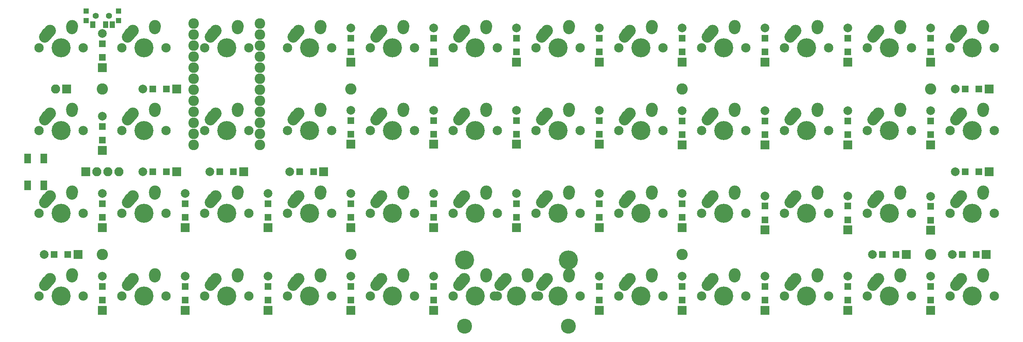
<source format=gbs>
G04 #@! TF.GenerationSoftware,KiCad,Pcbnew,(5.0.0)*
G04 #@! TF.CreationDate,2018-11-10T23:00:34-06:00*
G04 #@! TF.ProjectId,Contra,436F6E7472612E6B696361645F706362,rev?*
G04 #@! TF.SameCoordinates,Original*
G04 #@! TF.FileFunction,Soldermask,Bot*
G04 #@! TF.FilePolarity,Negative*
%FSLAX46Y46*%
G04 Gerber Fmt 4.6, Leading zero omitted, Abs format (unit mm)*
G04 Created by KiCad (PCBNEW (5.0.0)) date 11/10/18 23:00:34*
%MOMM*%
%LPD*%
G01*
G04 APERTURE LIST*
%ADD10C,2.650000*%
%ADD11C,2.650000*%
%ADD12C,4.387800*%
%ADD13C,2.150000*%
%ADD14C,2.432000*%
%ADD15C,3.448000*%
%ADD16C,2.600000*%
%ADD17R,2.100000X2.100000*%
%ADD18O,2.100000X2.100000*%
%ADD19C,2.000000*%
%ADD20R,2.000000X2.000000*%
%ADD21R,1.600000X1.600000*%
%ADD22R,1.500000X2.200000*%
%ADD23C,1.400000*%
%ADD24R,1.300000X1.650000*%
%ADD25R,1.300000X1.300000*%
G04 APERTURE END LIST*
D10*
G04 #@! TO.C,MX26*
X59670000Y-71410000D03*
D11*
X59650000Y-71700000D02*
X59690000Y-71120000D01*
D10*
X59690000Y-71120000D03*
X53995001Y-72930000D03*
D11*
X53340000Y-73660000D02*
X54650002Y-72200000D01*
D12*
X57150000Y-76200000D03*
D10*
X54650000Y-72200000D03*
D13*
X52070000Y-76200000D03*
X62230000Y-76200000D03*
G04 #@! TD*
D10*
G04 #@! TO.C,MX48*
X250170000Y-90460000D03*
D11*
X250150000Y-90750000D02*
X250190000Y-90170000D01*
D10*
X250190000Y-90170000D03*
X244495001Y-91980000D03*
D11*
X243840000Y-92710000D02*
X245150002Y-91250000D01*
D12*
X247650000Y-95250000D03*
D10*
X245150000Y-91250000D03*
D13*
X242570000Y-95250000D03*
X252730000Y-95250000D03*
G04 #@! TD*
D14*
G04 #@! TO.C,U1*
X83820000Y-32543750D03*
X83820000Y-35083750D03*
X83820000Y-37623750D03*
X83820000Y-40163750D03*
X83820000Y-42703750D03*
X83820000Y-45243750D03*
X83820000Y-47783750D03*
X83820000Y-50323750D03*
X83820000Y-52863750D03*
X83820000Y-55403750D03*
X83820000Y-57943750D03*
X83820000Y-60483750D03*
X68580000Y-32543750D03*
X68580000Y-35083750D03*
X68580000Y-37623750D03*
X68580000Y-40163750D03*
X68580000Y-42703750D03*
X68580000Y-45243750D03*
X68580000Y-47783750D03*
X68580000Y-50323750D03*
X68580000Y-52863750D03*
X68580000Y-55403750D03*
X68580000Y-57943750D03*
X68580000Y-60483750D03*
G04 #@! TD*
D10*
G04 #@! TO.C,MX49*
X145395000Y-90460000D03*
D11*
X145375000Y-90750000D02*
X145415000Y-90170000D01*
D10*
X145415000Y-90170000D03*
X139720001Y-91980000D03*
D11*
X139065000Y-92710000D02*
X140375002Y-91250000D01*
D12*
X142875000Y-95250000D03*
D10*
X140375000Y-91250000D03*
D13*
X137795000Y-95250000D03*
X147955000Y-95250000D03*
D15*
X130937000Y-102235000D03*
X154813000Y-102235000D03*
D12*
X130937000Y-86995000D03*
X154813000Y-86995000D03*
G04 #@! TD*
D10*
G04 #@! TO.C,MX47*
X231120000Y-90460000D03*
D11*
X231100000Y-90750000D02*
X231140000Y-90170000D01*
D10*
X231140000Y-90170000D03*
X225445001Y-91980000D03*
D11*
X224790000Y-92710000D02*
X226100002Y-91250000D01*
D12*
X228600000Y-95250000D03*
D10*
X226100000Y-91250000D03*
D13*
X223520000Y-95250000D03*
X233680000Y-95250000D03*
G04 #@! TD*
D10*
G04 #@! TO.C,MX46*
X212070000Y-90460000D03*
D11*
X212050000Y-90750000D02*
X212090000Y-90170000D01*
D10*
X212090000Y-90170000D03*
X206395001Y-91980000D03*
D11*
X205740000Y-92710000D02*
X207050002Y-91250000D01*
D12*
X209550000Y-95250000D03*
D10*
X207050000Y-91250000D03*
D13*
X204470000Y-95250000D03*
X214630000Y-95250000D03*
G04 #@! TD*
D10*
G04 #@! TO.C,MX45*
X193020000Y-90460000D03*
D11*
X193000000Y-90750000D02*
X193040000Y-90170000D01*
D10*
X193040000Y-90170000D03*
X187345001Y-91980000D03*
D11*
X186690000Y-92710000D02*
X188000002Y-91250000D01*
D12*
X190500000Y-95250000D03*
D10*
X188000000Y-91250000D03*
D13*
X185420000Y-95250000D03*
X195580000Y-95250000D03*
G04 #@! TD*
D10*
G04 #@! TO.C,MX44*
X173970000Y-90460000D03*
D11*
X173950000Y-90750000D02*
X173990000Y-90170000D01*
D10*
X173990000Y-90170000D03*
X168295001Y-91980000D03*
D11*
X167640000Y-92710000D02*
X168950002Y-91250000D01*
D12*
X171450000Y-95250000D03*
D10*
X168950000Y-91250000D03*
D13*
X166370000Y-95250000D03*
X176530000Y-95250000D03*
G04 #@! TD*
D10*
G04 #@! TO.C,MX43*
X154920000Y-90460000D03*
D11*
X154900000Y-90750000D02*
X154940000Y-90170000D01*
D10*
X154940000Y-90170000D03*
X149245001Y-91980000D03*
D11*
X148590000Y-92710000D02*
X149900002Y-91250000D01*
D12*
X152400000Y-95250000D03*
D10*
X149900000Y-91250000D03*
D13*
X147320000Y-95250000D03*
X157480000Y-95250000D03*
G04 #@! TD*
D10*
G04 #@! TO.C,MX42*
X135870000Y-90460000D03*
D11*
X135850000Y-90750000D02*
X135890000Y-90170000D01*
D10*
X135890000Y-90170000D03*
X130195001Y-91980000D03*
D11*
X129540000Y-92710000D02*
X130850002Y-91250000D01*
D12*
X133350000Y-95250000D03*
D10*
X130850000Y-91250000D03*
D13*
X128270000Y-95250000D03*
X138430000Y-95250000D03*
G04 #@! TD*
D10*
G04 #@! TO.C,MX41*
X116820000Y-90460000D03*
D11*
X116800000Y-90750000D02*
X116840000Y-90170000D01*
D10*
X116840000Y-90170000D03*
X111145001Y-91980000D03*
D11*
X110490000Y-92710000D02*
X111800002Y-91250000D01*
D12*
X114300000Y-95250000D03*
D10*
X111800000Y-91250000D03*
D13*
X109220000Y-95250000D03*
X119380000Y-95250000D03*
G04 #@! TD*
D10*
G04 #@! TO.C,MX40*
X97770000Y-90460000D03*
D11*
X97750000Y-90750000D02*
X97790000Y-90170000D01*
D10*
X97790000Y-90170000D03*
X92095001Y-91980000D03*
D11*
X91440000Y-92710000D02*
X92750002Y-91250000D01*
D12*
X95250000Y-95250000D03*
D10*
X92750000Y-91250000D03*
D13*
X90170000Y-95250000D03*
X100330000Y-95250000D03*
G04 #@! TD*
D10*
G04 #@! TO.C,MX39*
X78720000Y-90460000D03*
D11*
X78700000Y-90750000D02*
X78740000Y-90170000D01*
D10*
X78740000Y-90170000D03*
X73045001Y-91980000D03*
D11*
X72390000Y-92710000D02*
X73700002Y-91250000D01*
D12*
X76200000Y-95250000D03*
D10*
X73700000Y-91250000D03*
D13*
X71120000Y-95250000D03*
X81280000Y-95250000D03*
G04 #@! TD*
D10*
G04 #@! TO.C,MX38*
X59670000Y-90460000D03*
D11*
X59650000Y-90750000D02*
X59690000Y-90170000D01*
D10*
X59690000Y-90170000D03*
X53995001Y-91980000D03*
D11*
X53340000Y-92710000D02*
X54650002Y-91250000D01*
D12*
X57150000Y-95250000D03*
D10*
X54650000Y-91250000D03*
D13*
X52070000Y-95250000D03*
X62230000Y-95250000D03*
G04 #@! TD*
D10*
G04 #@! TO.C,MX37*
X40620000Y-90460000D03*
D11*
X40600000Y-90750000D02*
X40640000Y-90170000D01*
D10*
X40640000Y-90170000D03*
X34945001Y-91980000D03*
D11*
X34290000Y-92710000D02*
X35600002Y-91250000D01*
D12*
X38100000Y-95250000D03*
D10*
X35600000Y-91250000D03*
D13*
X33020000Y-95250000D03*
X43180000Y-95250000D03*
G04 #@! TD*
D10*
G04 #@! TO.C,MX36*
X250170000Y-71410000D03*
D11*
X250150000Y-71700000D02*
X250190000Y-71120000D01*
D10*
X250190000Y-71120000D03*
X244495001Y-72930000D03*
D11*
X243840000Y-73660000D02*
X245150002Y-72200000D01*
D12*
X247650000Y-76200000D03*
D10*
X245150000Y-72200000D03*
D13*
X242570000Y-76200000D03*
X252730000Y-76200000D03*
G04 #@! TD*
D10*
G04 #@! TO.C,MX35*
X231120000Y-71410000D03*
D11*
X231100000Y-71700000D02*
X231140000Y-71120000D01*
D10*
X231140000Y-71120000D03*
X225445001Y-72930000D03*
D11*
X224790000Y-73660000D02*
X226100002Y-72200000D01*
D12*
X228600000Y-76200000D03*
D10*
X226100000Y-72200000D03*
D13*
X223520000Y-76200000D03*
X233680000Y-76200000D03*
G04 #@! TD*
D10*
G04 #@! TO.C,MX34*
X212070000Y-71410000D03*
D11*
X212050000Y-71700000D02*
X212090000Y-71120000D01*
D10*
X212090000Y-71120000D03*
X206395001Y-72930000D03*
D11*
X205740000Y-73660000D02*
X207050002Y-72200000D01*
D12*
X209550000Y-76200000D03*
D10*
X207050000Y-72200000D03*
D13*
X204470000Y-76200000D03*
X214630000Y-76200000D03*
G04 #@! TD*
D10*
G04 #@! TO.C,MX33*
X193020000Y-71410000D03*
D11*
X193000000Y-71700000D02*
X193040000Y-71120000D01*
D10*
X193040000Y-71120000D03*
X187345001Y-72930000D03*
D11*
X186690000Y-73660000D02*
X188000002Y-72200000D01*
D12*
X190500000Y-76200000D03*
D10*
X188000000Y-72200000D03*
D13*
X185420000Y-76200000D03*
X195580000Y-76200000D03*
G04 #@! TD*
D10*
G04 #@! TO.C,MX32*
X173970000Y-71410000D03*
D11*
X173950000Y-71700000D02*
X173990000Y-71120000D01*
D10*
X173990000Y-71120000D03*
X168295001Y-72930000D03*
D11*
X167640000Y-73660000D02*
X168950002Y-72200000D01*
D12*
X171450000Y-76200000D03*
D10*
X168950000Y-72200000D03*
D13*
X166370000Y-76200000D03*
X176530000Y-76200000D03*
G04 #@! TD*
D10*
G04 #@! TO.C,MX31*
X154920000Y-71410000D03*
D11*
X154900000Y-71700000D02*
X154940000Y-71120000D01*
D10*
X154940000Y-71120000D03*
X149245001Y-72930000D03*
D11*
X148590000Y-73660000D02*
X149900002Y-72200000D01*
D12*
X152400000Y-76200000D03*
D10*
X149900000Y-72200000D03*
D13*
X147320000Y-76200000D03*
X157480000Y-76200000D03*
G04 #@! TD*
D10*
G04 #@! TO.C,MX30*
X135870000Y-71410000D03*
D11*
X135850000Y-71700000D02*
X135890000Y-71120000D01*
D10*
X135890000Y-71120000D03*
X130195001Y-72930000D03*
D11*
X129540000Y-73660000D02*
X130850002Y-72200000D01*
D12*
X133350000Y-76200000D03*
D10*
X130850000Y-72200000D03*
D13*
X128270000Y-76200000D03*
X138430000Y-76200000D03*
G04 #@! TD*
D10*
G04 #@! TO.C,MX29*
X116820000Y-71410000D03*
D11*
X116800000Y-71700000D02*
X116840000Y-71120000D01*
D10*
X116840000Y-71120000D03*
X111145001Y-72930000D03*
D11*
X110490000Y-73660000D02*
X111800002Y-72200000D01*
D12*
X114300000Y-76200000D03*
D10*
X111800000Y-72200000D03*
D13*
X109220000Y-76200000D03*
X119380000Y-76200000D03*
G04 #@! TD*
D10*
G04 #@! TO.C,MX28*
X97770000Y-71410000D03*
D11*
X97750000Y-71700000D02*
X97790000Y-71120000D01*
D10*
X97790000Y-71120000D03*
X92095001Y-72930000D03*
D11*
X91440000Y-73660000D02*
X92750002Y-72200000D01*
D12*
X95250000Y-76200000D03*
D10*
X92750000Y-72200000D03*
D13*
X90170000Y-76200000D03*
X100330000Y-76200000D03*
G04 #@! TD*
D10*
G04 #@! TO.C,MX27*
X78720000Y-71410000D03*
D11*
X78700000Y-71700000D02*
X78740000Y-71120000D01*
D10*
X78740000Y-71120000D03*
X73045001Y-72930000D03*
D11*
X72390000Y-73660000D02*
X73700002Y-72200000D01*
D12*
X76200000Y-76200000D03*
D10*
X73700000Y-72200000D03*
D13*
X71120000Y-76200000D03*
X81280000Y-76200000D03*
G04 #@! TD*
D10*
G04 #@! TO.C,MX25*
X40620000Y-71410000D03*
D11*
X40600000Y-71700000D02*
X40640000Y-71120000D01*
D10*
X40640000Y-71120000D03*
X34945001Y-72930000D03*
D11*
X34290000Y-73660000D02*
X35600002Y-72200000D01*
D12*
X38100000Y-76200000D03*
D10*
X35600000Y-72200000D03*
D13*
X33020000Y-76200000D03*
X43180000Y-76200000D03*
G04 #@! TD*
D10*
G04 #@! TO.C,MX24*
X250170000Y-52360000D03*
D11*
X250150000Y-52650000D02*
X250190000Y-52070000D01*
D10*
X250190000Y-52070000D03*
X244495001Y-53880000D03*
D11*
X243840000Y-54610000D02*
X245150002Y-53150000D01*
D12*
X247650000Y-57150000D03*
D10*
X245150000Y-53150000D03*
D13*
X242570000Y-57150000D03*
X252730000Y-57150000D03*
G04 #@! TD*
D10*
G04 #@! TO.C,MX23*
X231120000Y-52360000D03*
D11*
X231100000Y-52650000D02*
X231140000Y-52070000D01*
D10*
X231140000Y-52070000D03*
X225445001Y-53880000D03*
D11*
X224790000Y-54610000D02*
X226100002Y-53150000D01*
D12*
X228600000Y-57150000D03*
D10*
X226100000Y-53150000D03*
D13*
X223520000Y-57150000D03*
X233680000Y-57150000D03*
G04 #@! TD*
D10*
G04 #@! TO.C,MX22*
X212070000Y-52360000D03*
D11*
X212050000Y-52650000D02*
X212090000Y-52070000D01*
D10*
X212090000Y-52070000D03*
X206395001Y-53880000D03*
D11*
X205740000Y-54610000D02*
X207050002Y-53150000D01*
D12*
X209550000Y-57150000D03*
D10*
X207050000Y-53150000D03*
D13*
X204470000Y-57150000D03*
X214630000Y-57150000D03*
G04 #@! TD*
D10*
G04 #@! TO.C,MX21*
X193020000Y-52360000D03*
D11*
X193000000Y-52650000D02*
X193040000Y-52070000D01*
D10*
X193040000Y-52070000D03*
X187345001Y-53880000D03*
D11*
X186690000Y-54610000D02*
X188000002Y-53150000D01*
D12*
X190500000Y-57150000D03*
D10*
X188000000Y-53150000D03*
D13*
X185420000Y-57150000D03*
X195580000Y-57150000D03*
G04 #@! TD*
D10*
G04 #@! TO.C,MX20*
X173970000Y-52360000D03*
D11*
X173950000Y-52650000D02*
X173990000Y-52070000D01*
D10*
X173990000Y-52070000D03*
X168295001Y-53880000D03*
D11*
X167640000Y-54610000D02*
X168950002Y-53150000D01*
D12*
X171450000Y-57150000D03*
D10*
X168950000Y-53150000D03*
D13*
X166370000Y-57150000D03*
X176530000Y-57150000D03*
G04 #@! TD*
D10*
G04 #@! TO.C,MX19*
X154920000Y-52360000D03*
D11*
X154900000Y-52650000D02*
X154940000Y-52070000D01*
D10*
X154940000Y-52070000D03*
X149245001Y-53880000D03*
D11*
X148590000Y-54610000D02*
X149900002Y-53150000D01*
D12*
X152400000Y-57150000D03*
D10*
X149900000Y-53150000D03*
D13*
X147320000Y-57150000D03*
X157480000Y-57150000D03*
G04 #@! TD*
D10*
G04 #@! TO.C,MX18*
X135870000Y-52360000D03*
D11*
X135850000Y-52650000D02*
X135890000Y-52070000D01*
D10*
X135890000Y-52070000D03*
X130195001Y-53880000D03*
D11*
X129540000Y-54610000D02*
X130850002Y-53150000D01*
D12*
X133350000Y-57150000D03*
D10*
X130850000Y-53150000D03*
D13*
X128270000Y-57150000D03*
X138430000Y-57150000D03*
G04 #@! TD*
D10*
G04 #@! TO.C,MX17*
X116820000Y-52360000D03*
D11*
X116800000Y-52650000D02*
X116840000Y-52070000D01*
D10*
X116840000Y-52070000D03*
X111145001Y-53880000D03*
D11*
X110490000Y-54610000D02*
X111800002Y-53150000D01*
D12*
X114300000Y-57150000D03*
D10*
X111800000Y-53150000D03*
D13*
X109220000Y-57150000D03*
X119380000Y-57150000D03*
G04 #@! TD*
D10*
G04 #@! TO.C,MX16*
X97770000Y-52360000D03*
D11*
X97750000Y-52650000D02*
X97790000Y-52070000D01*
D10*
X97790000Y-52070000D03*
X92095001Y-53880000D03*
D11*
X91440000Y-54610000D02*
X92750002Y-53150000D01*
D12*
X95250000Y-57150000D03*
D10*
X92750000Y-53150000D03*
D13*
X90170000Y-57150000D03*
X100330000Y-57150000D03*
G04 #@! TD*
D10*
G04 #@! TO.C,MX15*
X78720000Y-52360000D03*
D11*
X78700000Y-52650000D02*
X78740000Y-52070000D01*
D10*
X78740000Y-52070000D03*
X73045001Y-53880000D03*
D11*
X72390000Y-54610000D02*
X73700002Y-53150000D01*
D12*
X76200000Y-57150000D03*
D10*
X73700000Y-53150000D03*
D13*
X71120000Y-57150000D03*
X81280000Y-57150000D03*
G04 #@! TD*
D10*
G04 #@! TO.C,MX14*
X59670000Y-52360000D03*
D11*
X59650000Y-52650000D02*
X59690000Y-52070000D01*
D10*
X59690000Y-52070000D03*
X53995001Y-53880000D03*
D11*
X53340000Y-54610000D02*
X54650002Y-53150000D01*
D12*
X57150000Y-57150000D03*
D10*
X54650000Y-53150000D03*
D13*
X52070000Y-57150000D03*
X62230000Y-57150000D03*
G04 #@! TD*
D10*
G04 #@! TO.C,MX13*
X40620000Y-52360000D03*
D11*
X40600000Y-52650000D02*
X40640000Y-52070000D01*
D10*
X40640000Y-52070000D03*
X34945001Y-53880000D03*
D11*
X34290000Y-54610000D02*
X35600002Y-53150000D01*
D12*
X38100000Y-57150000D03*
D10*
X35600000Y-53150000D03*
D13*
X33020000Y-57150000D03*
X43180000Y-57150000D03*
G04 #@! TD*
D10*
G04 #@! TO.C,MX12*
X250170000Y-33310000D03*
D11*
X250150000Y-33600000D02*
X250190000Y-33020000D01*
D10*
X250190000Y-33020000D03*
X244495001Y-34830000D03*
D11*
X243840000Y-35560000D02*
X245150002Y-34100000D01*
D12*
X247650000Y-38100000D03*
D10*
X245150000Y-34100000D03*
D13*
X242570000Y-38100000D03*
X252730000Y-38100000D03*
G04 #@! TD*
D10*
G04 #@! TO.C,MX11*
X231120000Y-33310000D03*
D11*
X231100000Y-33600000D02*
X231140000Y-33020000D01*
D10*
X231140000Y-33020000D03*
X225445001Y-34830000D03*
D11*
X224790000Y-35560000D02*
X226100002Y-34100000D01*
D12*
X228600000Y-38100000D03*
D10*
X226100000Y-34100000D03*
D13*
X223520000Y-38100000D03*
X233680000Y-38100000D03*
G04 #@! TD*
D10*
G04 #@! TO.C,MX10*
X212070000Y-33310000D03*
D11*
X212050000Y-33600000D02*
X212090000Y-33020000D01*
D10*
X212090000Y-33020000D03*
X206395001Y-34830000D03*
D11*
X205740000Y-35560000D02*
X207050002Y-34100000D01*
D12*
X209550000Y-38100000D03*
D10*
X207050000Y-34100000D03*
D13*
X204470000Y-38100000D03*
X214630000Y-38100000D03*
G04 #@! TD*
D10*
G04 #@! TO.C,MX9*
X193020000Y-33310000D03*
D11*
X193000000Y-33600000D02*
X193040000Y-33020000D01*
D10*
X193040000Y-33020000D03*
X187345001Y-34830000D03*
D11*
X186690000Y-35560000D02*
X188000002Y-34100000D01*
D12*
X190500000Y-38100000D03*
D10*
X188000000Y-34100000D03*
D13*
X185420000Y-38100000D03*
X195580000Y-38100000D03*
G04 #@! TD*
D10*
G04 #@! TO.C,MX8*
X173970000Y-33310000D03*
D11*
X173950000Y-33600000D02*
X173990000Y-33020000D01*
D10*
X173990000Y-33020000D03*
X168295001Y-34830000D03*
D11*
X167640000Y-35560000D02*
X168950002Y-34100000D01*
D12*
X171450000Y-38100000D03*
D10*
X168950000Y-34100000D03*
D13*
X166370000Y-38100000D03*
X176530000Y-38100000D03*
G04 #@! TD*
D10*
G04 #@! TO.C,MX7*
X154920000Y-33310000D03*
D11*
X154900000Y-33600000D02*
X154940000Y-33020000D01*
D10*
X154940000Y-33020000D03*
X149245001Y-34830000D03*
D11*
X148590000Y-35560000D02*
X149900002Y-34100000D01*
D12*
X152400000Y-38100000D03*
D10*
X149900000Y-34100000D03*
D13*
X147320000Y-38100000D03*
X157480000Y-38100000D03*
G04 #@! TD*
D10*
G04 #@! TO.C,MX6*
X135870000Y-33310000D03*
D11*
X135850000Y-33600000D02*
X135890000Y-33020000D01*
D10*
X135890000Y-33020000D03*
X130195001Y-34830000D03*
D11*
X129540000Y-35560000D02*
X130850002Y-34100000D01*
D12*
X133350000Y-38100000D03*
D10*
X130850000Y-34100000D03*
D13*
X128270000Y-38100000D03*
X138430000Y-38100000D03*
G04 #@! TD*
D10*
G04 #@! TO.C,MX5*
X116820000Y-33310000D03*
D11*
X116800000Y-33600000D02*
X116840000Y-33020000D01*
D10*
X116840000Y-33020000D03*
X111145001Y-34830000D03*
D11*
X110490000Y-35560000D02*
X111800002Y-34100000D01*
D12*
X114300000Y-38100000D03*
D10*
X111800000Y-34100000D03*
D13*
X109220000Y-38100000D03*
X119380000Y-38100000D03*
G04 #@! TD*
D10*
G04 #@! TO.C,MX4*
X97770000Y-33310000D03*
D11*
X97750000Y-33600000D02*
X97790000Y-33020000D01*
D10*
X97790000Y-33020000D03*
X92095001Y-34830000D03*
D11*
X91440000Y-35560000D02*
X92750002Y-34100000D01*
D12*
X95250000Y-38100000D03*
D10*
X92750000Y-34100000D03*
D13*
X90170000Y-38100000D03*
X100330000Y-38100000D03*
G04 #@! TD*
D10*
G04 #@! TO.C,MX3*
X78720000Y-33310000D03*
D11*
X78700000Y-33600000D02*
X78740000Y-33020000D01*
D10*
X78740000Y-33020000D03*
X73045001Y-34830000D03*
D11*
X72390000Y-35560000D02*
X73700002Y-34100000D01*
D12*
X76200000Y-38100000D03*
D10*
X73700000Y-34100000D03*
D13*
X71120000Y-38100000D03*
X81280000Y-38100000D03*
G04 #@! TD*
D10*
G04 #@! TO.C,MX2*
X59670000Y-33310000D03*
D11*
X59650000Y-33600000D02*
X59690000Y-33020000D01*
D10*
X59690000Y-33020000D03*
X53995001Y-34830000D03*
D11*
X53340000Y-35560000D02*
X54650002Y-34100000D01*
D12*
X57150000Y-38100000D03*
D10*
X54650000Y-34100000D03*
D13*
X52070000Y-38100000D03*
X62230000Y-38100000D03*
G04 #@! TD*
D10*
G04 #@! TO.C,MX1*
X40620000Y-33310000D03*
D11*
X40600000Y-33600000D02*
X40640000Y-33020000D01*
D10*
X40640000Y-33020000D03*
X34945001Y-34830000D03*
D11*
X34290000Y-35560000D02*
X35600002Y-34100000D01*
D12*
X38100000Y-38100000D03*
D10*
X35600000Y-34100000D03*
D13*
X33020000Y-38100000D03*
X43180000Y-38100000D03*
G04 #@! TD*
D16*
G04 #@! TO.C,J1*
X47625000Y-47625000D03*
G04 #@! TD*
G04 #@! TO.C,J2*
X104775000Y-47625000D03*
G04 #@! TD*
G04 #@! TO.C,J3*
X47625000Y-85725000D03*
G04 #@! TD*
G04 #@! TO.C,J4*
X104775000Y-85725000D03*
G04 #@! TD*
G04 #@! TO.C,J5*
X180975000Y-47625000D03*
G04 #@! TD*
G04 #@! TO.C,J6*
X180975000Y-85725000D03*
G04 #@! TD*
G04 #@! TO.C,J7*
X238125000Y-47625000D03*
G04 #@! TD*
G04 #@! TO.C,J8*
X238125000Y-85725000D03*
G04 #@! TD*
D17*
G04 #@! TO.C,J9*
X43815000Y-66675000D03*
D18*
X46355000Y-66675000D03*
X48895000Y-66675000D03*
X51435000Y-66675000D03*
G04 #@! TD*
D19*
G04 #@! TO.C,D1*
X47625000Y-34835000D03*
D20*
X47625000Y-42635000D03*
D21*
X47625000Y-37160000D03*
X47625000Y-40310000D03*
G04 #@! TD*
G04 #@! TO.C,D2*
X62376250Y-47625000D03*
X59226250Y-47625000D03*
D20*
X64701250Y-47625000D03*
D19*
X56901250Y-47625000D03*
G04 #@! TD*
G04 #@! TO.C,D3*
X72300000Y-66675000D03*
D20*
X80100000Y-66675000D03*
D21*
X74625000Y-66675000D03*
X77775000Y-66675000D03*
G04 #@! TD*
G04 #@! TO.C,D4*
X104775000Y-39040000D03*
X104775000Y-35890000D03*
D20*
X104775000Y-41365000D03*
D19*
X104775000Y-33565000D03*
G04 #@! TD*
G04 #@! TO.C,D5*
X123825000Y-33565000D03*
D20*
X123825000Y-41365000D03*
D21*
X123825000Y-35890000D03*
X123825000Y-39040000D03*
G04 #@! TD*
G04 #@! TO.C,D6*
X142875000Y-39040000D03*
X142875000Y-35890000D03*
D20*
X142875000Y-41365000D03*
D19*
X142875000Y-33565000D03*
G04 #@! TD*
G04 #@! TO.C,D7*
X161925000Y-33565000D03*
D20*
X161925000Y-41365000D03*
D21*
X161925000Y-35890000D03*
X161925000Y-39040000D03*
G04 #@! TD*
G04 #@! TO.C,D8*
X180975000Y-39040000D03*
X180975000Y-35890000D03*
D20*
X180975000Y-41365000D03*
D19*
X180975000Y-33565000D03*
G04 #@! TD*
G04 #@! TO.C,D9*
X200025000Y-33565000D03*
D20*
X200025000Y-41365000D03*
D21*
X200025000Y-35890000D03*
X200025000Y-39040000D03*
G04 #@! TD*
G04 #@! TO.C,D10*
X219075000Y-39040000D03*
X219075000Y-35890000D03*
D20*
X219075000Y-41365000D03*
D19*
X219075000Y-33565000D03*
G04 #@! TD*
G04 #@! TO.C,D11*
X238125000Y-33565000D03*
D20*
X238125000Y-41365000D03*
D21*
X238125000Y-35890000D03*
X238125000Y-39040000D03*
G04 #@! TD*
G04 #@! TO.C,D12*
X249225000Y-47625000D03*
X246075000Y-47625000D03*
D20*
X251550000Y-47625000D03*
D19*
X243750000Y-47625000D03*
G04 #@! TD*
G04 #@! TO.C,D13*
X47625000Y-53885000D03*
D20*
X47625000Y-61685000D03*
D21*
X47625000Y-56210000D03*
X47625000Y-59360000D03*
G04 #@! TD*
G04 #@! TO.C,D14*
X62376250Y-66675000D03*
X59226250Y-66675000D03*
D20*
X64701250Y-66675000D03*
D19*
X56901250Y-66675000D03*
G04 #@! TD*
D21*
G04 #@! TO.C,D15*
X96190000Y-66675000D03*
X93040000Y-66675000D03*
D20*
X98515000Y-66675000D03*
D19*
X90715000Y-66675000D03*
G04 #@! TD*
G04 #@! TO.C,D16*
X104775000Y-52525000D03*
D20*
X104775000Y-60325000D03*
D21*
X104775000Y-54850000D03*
X104775000Y-58000000D03*
G04 #@! TD*
D19*
G04 #@! TO.C,D17*
X123825000Y-52525000D03*
D20*
X123825000Y-60325000D03*
D21*
X123825000Y-54850000D03*
X123825000Y-58000000D03*
G04 #@! TD*
D19*
G04 #@! TO.C,D18*
X142875000Y-52525000D03*
D20*
X142875000Y-60325000D03*
D21*
X142875000Y-54850000D03*
X142875000Y-58000000D03*
G04 #@! TD*
D19*
G04 #@! TO.C,D19*
X161925000Y-52525000D03*
D20*
X161925000Y-60325000D03*
D21*
X161925000Y-54850000D03*
X161925000Y-58000000D03*
G04 #@! TD*
D19*
G04 #@! TO.C,D20*
X180975000Y-52615000D03*
D20*
X180975000Y-60415000D03*
D21*
X180975000Y-54940000D03*
X180975000Y-58090000D03*
G04 #@! TD*
D19*
G04 #@! TO.C,D21*
X200025000Y-52615000D03*
D20*
X200025000Y-60415000D03*
D21*
X200025000Y-54940000D03*
X200025000Y-58090000D03*
G04 #@! TD*
D19*
G04 #@! TO.C,D22*
X219075000Y-52615000D03*
D20*
X219075000Y-60415000D03*
D21*
X219075000Y-54940000D03*
X219075000Y-58090000D03*
G04 #@! TD*
D19*
G04 #@! TO.C,D23*
X238125000Y-52615000D03*
D20*
X238125000Y-60415000D03*
D21*
X238125000Y-54940000D03*
X238125000Y-58090000D03*
G04 #@! TD*
D19*
G04 #@! TO.C,D24*
X243750000Y-66675000D03*
D20*
X251550000Y-66675000D03*
D21*
X246075000Y-66675000D03*
X249225000Y-66675000D03*
G04 #@! TD*
D19*
G04 #@! TO.C,D25*
X47625000Y-71665000D03*
D20*
X47625000Y-79465000D03*
D21*
X47625000Y-73990000D03*
X47625000Y-77140000D03*
G04 #@! TD*
D19*
G04 #@! TO.C,D26*
X66675000Y-71665000D03*
D20*
X66675000Y-79465000D03*
D21*
X66675000Y-73990000D03*
X66675000Y-77140000D03*
G04 #@! TD*
D19*
G04 #@! TO.C,D27*
X85725000Y-71665000D03*
D20*
X85725000Y-79465000D03*
D21*
X85725000Y-73990000D03*
X85725000Y-77140000D03*
G04 #@! TD*
D19*
G04 #@! TO.C,D28*
X104775000Y-71665000D03*
D20*
X104775000Y-79465000D03*
D21*
X104775000Y-73990000D03*
X104775000Y-77140000D03*
G04 #@! TD*
D19*
G04 #@! TO.C,D29*
X123825000Y-71665000D03*
D20*
X123825000Y-79465000D03*
D21*
X123825000Y-73990000D03*
X123825000Y-77140000D03*
G04 #@! TD*
G04 #@! TO.C,D30*
X142875000Y-77140000D03*
X142875000Y-73990000D03*
D20*
X142875000Y-79465000D03*
D19*
X142875000Y-71665000D03*
G04 #@! TD*
D21*
G04 #@! TO.C,D31*
X161925000Y-77140000D03*
X161925000Y-73990000D03*
D20*
X161925000Y-79465000D03*
D19*
X161925000Y-71665000D03*
G04 #@! TD*
D21*
G04 #@! TO.C,D32*
X180975000Y-77140000D03*
X180975000Y-73990000D03*
D20*
X180975000Y-79465000D03*
D19*
X180975000Y-71665000D03*
G04 #@! TD*
D21*
G04 #@! TO.C,D33*
X200025000Y-77685000D03*
X200025000Y-74535000D03*
D20*
X200025000Y-80010000D03*
D19*
X200025000Y-72210000D03*
G04 #@! TD*
D21*
G04 #@! TO.C,D34*
X219075000Y-77685000D03*
X219075000Y-74535000D03*
D20*
X219075000Y-80010000D03*
D19*
X219075000Y-72210000D03*
G04 #@! TD*
D21*
G04 #@! TO.C,D35*
X230175000Y-85725000D03*
X227025000Y-85725000D03*
D20*
X232500000Y-85725000D03*
D19*
X224700000Y-85725000D03*
G04 #@! TD*
D21*
G04 #@! TO.C,D36*
X238125000Y-77775000D03*
X238125000Y-74625000D03*
D20*
X238125000Y-80100000D03*
D19*
X238125000Y-72300000D03*
G04 #@! TD*
D21*
G04 #@! TO.C,D37*
X39675000Y-85725000D03*
X36525000Y-85725000D03*
D20*
X42000000Y-85725000D03*
D19*
X34200000Y-85725000D03*
G04 #@! TD*
D21*
G04 #@! TO.C,D38*
X47625000Y-96190000D03*
X47625000Y-93040000D03*
D20*
X47625000Y-98515000D03*
D19*
X47625000Y-90715000D03*
G04 #@! TD*
D21*
G04 #@! TO.C,D39*
X66675000Y-96190000D03*
X66675000Y-93040000D03*
D20*
X66675000Y-98515000D03*
D19*
X66675000Y-90715000D03*
G04 #@! TD*
D21*
G04 #@! TO.C,D40*
X85725000Y-96190000D03*
X85725000Y-93040000D03*
D20*
X85725000Y-98515000D03*
D19*
X85725000Y-90715000D03*
G04 #@! TD*
D21*
G04 #@! TO.C,D41*
X104775000Y-96190000D03*
X104775000Y-93040000D03*
D20*
X104775000Y-98515000D03*
D19*
X104775000Y-90715000D03*
G04 #@! TD*
D21*
G04 #@! TO.C,D42*
X123825000Y-96190000D03*
X123825000Y-93040000D03*
D20*
X123825000Y-98515000D03*
D19*
X123825000Y-90715000D03*
G04 #@! TD*
D21*
G04 #@! TO.C,D43*
X161925000Y-96190000D03*
X161925000Y-93040000D03*
D20*
X161925000Y-98515000D03*
D19*
X161925000Y-90715000D03*
G04 #@! TD*
G04 #@! TO.C,D44*
X180975000Y-90715000D03*
D20*
X180975000Y-98515000D03*
D21*
X180975000Y-93040000D03*
X180975000Y-96190000D03*
G04 #@! TD*
G04 #@! TO.C,D45*
X200025000Y-96190000D03*
X200025000Y-93040000D03*
D20*
X200025000Y-98515000D03*
D19*
X200025000Y-90715000D03*
G04 #@! TD*
G04 #@! TO.C,D46*
X219075000Y-90715000D03*
D20*
X219075000Y-98515000D03*
D21*
X219075000Y-93040000D03*
X219075000Y-96190000D03*
G04 #@! TD*
D19*
G04 #@! TO.C,D47*
X238125000Y-90715000D03*
D20*
X238125000Y-98515000D03*
D21*
X238125000Y-93040000D03*
X238125000Y-96190000D03*
G04 #@! TD*
G04 #@! TO.C,D48*
X248590000Y-85725000D03*
X245440000Y-85725000D03*
D20*
X250915000Y-85725000D03*
D19*
X243115000Y-85725000D03*
G04 #@! TD*
D22*
G04 #@! TO.C,SW1*
X34133400Y-69800400D03*
X34133400Y-63600400D03*
X30433400Y-69800400D03*
X30433400Y-63600400D03*
G04 #@! TD*
D17*
G04 #@! TO.C,J10*
X39370000Y-47625000D03*
D18*
X36830000Y-47625000D03*
G04 #@! TD*
D23*
G04 #@! TO.C,SW2*
X46125000Y-30734000D03*
X49125000Y-30734000D03*
D24*
X48375000Y-32809000D03*
X49875000Y-32809000D03*
X45375000Y-32809000D03*
D25*
X43925000Y-29634000D03*
X43925000Y-31834000D03*
X51325000Y-31834000D03*
X51325000Y-29634000D03*
G04 #@! TD*
M02*

</source>
